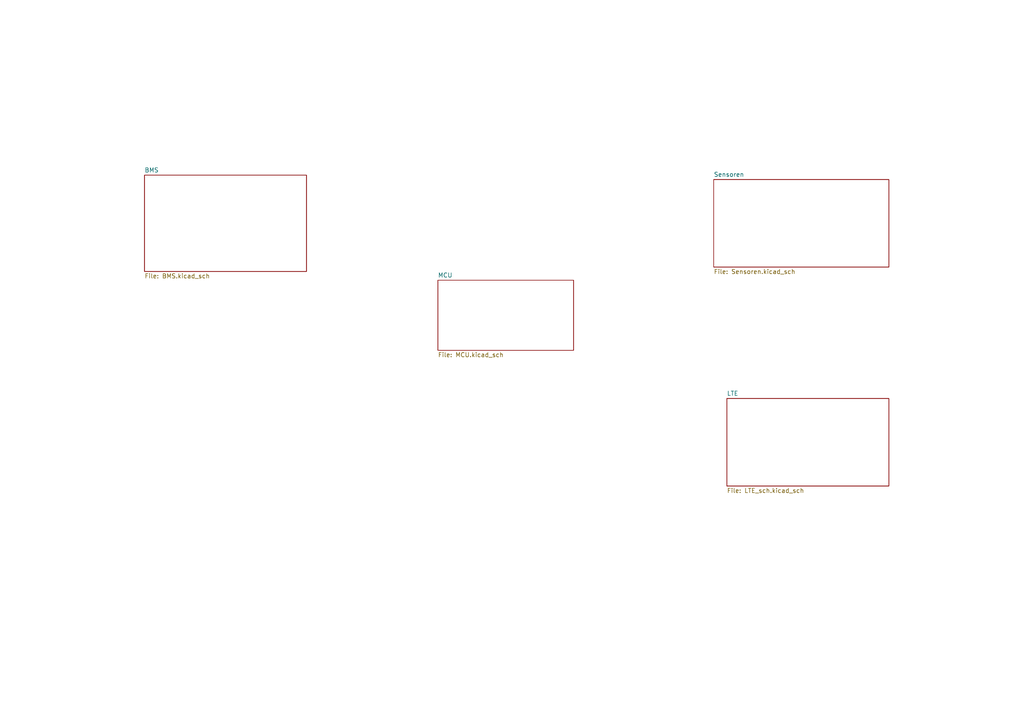
<source format=kicad_sch>
(kicad_sch
	(version 20231120)
	(generator "eeschema")
	(generator_version "8.0")
	(uuid "cf446f40-9c4c-4a55-9c59-5e27cbb5605f")
	(paper "A4")
	(lib_symbols)
	(sheet
		(at 41.91 50.8)
		(size 46.99 27.94)
		(fields_autoplaced yes)
		(stroke
			(width 0.1524)
			(type solid)
		)
		(fill
			(color 0 0 0 0.0000)
		)
		(uuid "3640eb9a-a329-40c1-877a-b575e1535702")
		(property "Sheetname" "BMS"
			(at 41.91 50.0884 0)
			(effects
				(font
					(size 1.27 1.27)
				)
				(justify left bottom)
			)
		)
		(property "Sheetfile" "BMS.kicad_sch"
			(at 41.91 79.3246 0)
			(effects
				(font
					(size 1.27 1.27)
				)
				(justify left top)
			)
		)
		(instances
			(project "Pflanzenuberwachung"
				(path "/cf446f40-9c4c-4a55-9c59-5e27cbb5605f"
					(page "5")
				)
			)
		)
	)
	(sheet
		(at 210.82 115.57)
		(size 46.99 25.4)
		(fields_autoplaced yes)
		(stroke
			(width 0.1524)
			(type solid)
		)
		(fill
			(color 0 0 0 0.0000)
		)
		(uuid "cd011a7f-b5ec-4cab-a528-f475104cfa41")
		(property "Sheetname" "LTE"
			(at 210.82 114.8584 0)
			(effects
				(font
					(size 1.27 1.27)
				)
				(justify left bottom)
			)
		)
		(property "Sheetfile" "LTE_sch.kicad_sch"
			(at 210.82 141.5546 0)
			(effects
				(font
					(size 1.27 1.27)
				)
				(justify left top)
			)
		)
		(instances
			(project "Pflanzenuberwachung"
				(path "/cf446f40-9c4c-4a55-9c59-5e27cbb5605f"
					(page "4")
				)
			)
		)
	)
	(sheet
		(at 127 81.28)
		(size 39.37 20.32)
		(fields_autoplaced yes)
		(stroke
			(width 0.1524)
			(type solid)
		)
		(fill
			(color 0 0 0 0.0000)
		)
		(uuid "dc649216-d25a-4960-af46-ffbd1f3ce05b")
		(property "Sheetname" "MCU"
			(at 127 80.5684 0)
			(effects
				(font
					(size 1.27 1.27)
				)
				(justify left bottom)
			)
		)
		(property "Sheetfile" "MCU.kicad_sch"
			(at 127 102.1846 0)
			(effects
				(font
					(size 1.27 1.27)
				)
				(justify left top)
			)
		)
		(instances
			(project "Pflanzenuberwachung"
				(path "/cf446f40-9c4c-4a55-9c59-5e27cbb5605f"
					(page "2")
				)
			)
		)
	)
	(sheet
		(at 207.01 52.07)
		(size 50.8 25.4)
		(fields_autoplaced yes)
		(stroke
			(width 0.1524)
			(type solid)
		)
		(fill
			(color 0 0 0 0.0000)
		)
		(uuid "e47a2364-aaec-4d1a-a593-7a7bc8e81e81")
		(property "Sheetname" "Sensoren"
			(at 207.01 51.3584 0)
			(effects
				(font
					(size 1.27 1.27)
				)
				(justify left bottom)
			)
		)
		(property "Sheetfile" "Sensoren.kicad_sch"
			(at 207.01 78.0546 0)
			(effects
				(font
					(size 1.27 1.27)
				)
				(justify left top)
			)
		)
		(instances
			(project "Pflanzenuberwachung"
				(path "/cf446f40-9c4c-4a55-9c59-5e27cbb5605f"
					(page "3")
				)
			)
		)
	)
	(sheet_instances
		(path "/"
			(page "1")
		)
	)
)

</source>
